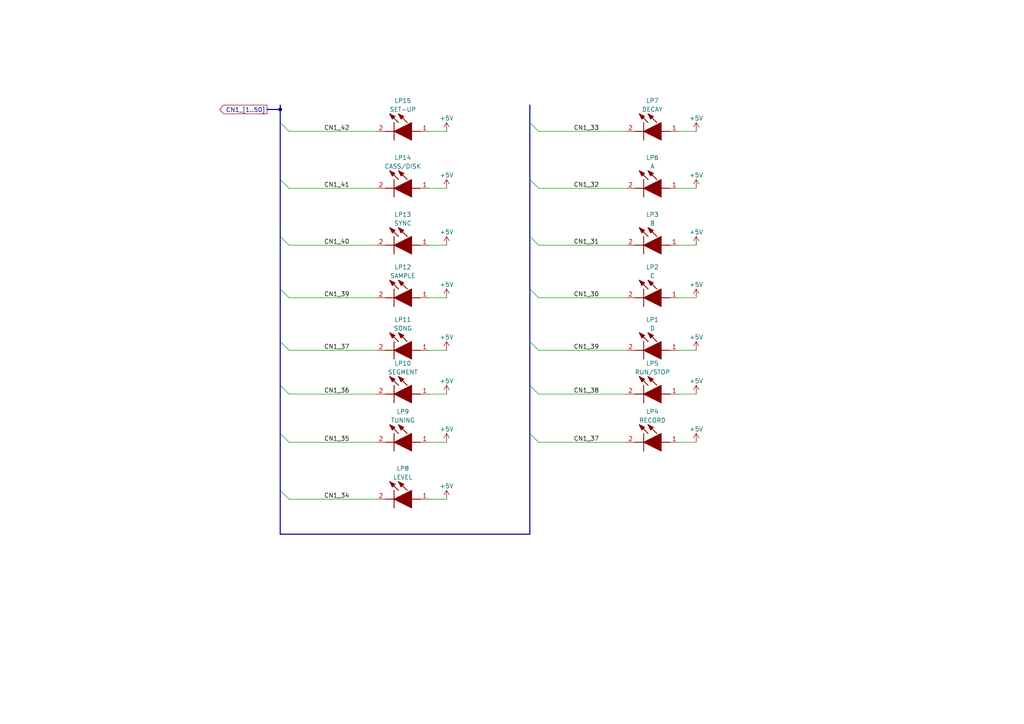
<source format=kicad_sch>
(kicad_sch (version 20230121) (generator eeschema)
  (paper "A4")
  (lib_symbols
    (symbol "SamacSys_Parts:LTL1CHKGKNN" (pin_names hide)
      (property "Reference" "LED" (at 12.7 8.89 0))
      (property "Value" "LTL1CHKGKNN" (at 12.7 6.35 0))
      (symbol "LTL1CHKGKNN_1_1"
        (polyline (pts (xy 2.54 0) (xy 5.08 0)) (stroke (width 0.254)))
        (polyline (pts (xy 5.08 2.54) (xy 5.08 -2.54)) (stroke (width 0.254)))
        (polyline (pts (xy 6.35 2.54) (xy 3.81 5.08)) (stroke (width 0.254)))
        (polyline (pts (xy 8.89 2.54) (xy 6.35 5.08)) (stroke (width 0.254)))
        (polyline (pts (xy 10.16 0) (xy 12.7 0)) (stroke (width 0.254)))
        (polyline (pts (xy 5.08 0) (xy 10.16 2.54) (xy 10.16 -2.54) (xy 5.08 0)) (stroke (width 0.254)) (fill (type outline)))
        (polyline (pts (xy 5.334 4.318) (xy 4.572 3.556) (xy 3.81 5.08) (xy 5.334 4.318)) (stroke (width 0.254)) (fill (type outline)))
        (polyline (pts (xy 7.874 4.318) (xy 7.112 3.556) (xy 6.35 5.08) (xy 7.874 4.318)) (stroke (width 0.254)) (fill (type outline)))
        (pin passive line (at 15.24 0 180) (length 2.54) (name "A") (number "1"))
        (pin passive line (at 0 0 0) (length 2.54) (name "K") (number "2"))
      )
    )
    (symbol "power:+5V" (power) (pin_names (offset 0))
      (property "Value" "+5V" (at 0 3.556 0))
      (symbol "+5V_0_1"
        (polyline (pts (xy -0.762 1.27) (xy 0 2.54)))
        (polyline (pts (xy 0 0) (xy 0 2.54)))
        (polyline (pts (xy 0 2.54) (xy 0.762 1.27)))
      )
      (symbol "+5V_1_1"
        (pin power_in line (at 0 0 90) (length 0) hide (name "+5V") (number "1"))
      )
    )
  )
  (junction (at 81.28 31.75))
  (bus_entry (at 83.82 128.27) (size -2.54 -2.54))
  (bus_entry (at 156.21 38.1) (size -2.54 -2.54))
  (bus_entry (at 83.82 54.61) (size -2.54 -2.54))
  (bus_entry (at 83.82 101.6) (size -2.54 -2.54))
  (bus_entry (at 156.21 71.12) (size -2.54 -2.54))
  (bus_entry (at 83.82 86.36) (size -2.54 -2.54))
  (bus_entry (at 83.82 71.12) (size -2.54 -2.54))
  (bus_entry (at 156.21 114.3) (size -2.54 -2.54))
  (bus_entry (at 156.21 101.6) (size -2.54 -2.54))
  (bus_entry (at 156.21 54.61) (size -2.54 -2.54))
  (bus_entry (at 83.82 38.1) (size -2.54 -2.54))
  (bus_entry (at 156.21 86.36) (size -2.54 -2.54))
  (bus_entry (at 83.82 114.3) (size -2.54 -2.54))
  (bus_entry (at 156.21 128.27) (size -2.54 -2.54))
  (bus_entry (at 83.82 144.78) (size -2.54 -2.54))
  (wire (pts (xy 201.93 128.27) (xy 196.85 128.27)))
  (wire (pts (xy 129.54 54.61) (xy 124.46 54.61)))
  (bus (pts (xy 81.28 30.48) (xy 81.28 31.75)))
  (wire (pts (xy 129.54 114.3) (xy 124.46 114.3)))
  (wire (pts (xy 129.54 71.12) (xy 124.46 71.12)))
  (wire (pts (xy 201.93 86.36) (xy 196.85 86.36)))
  (bus (pts (xy 153.67 30.48) (xy 153.67 35.56)))
  (wire (pts (xy 129.54 128.27) (xy 124.46 128.27)))
  (wire (pts (xy 156.21 128.27) (xy 181.61 128.27)))
  (wire (pts (xy 201.93 38.1) (xy 196.85 38.1)))
  (bus (pts (xy 153.67 35.56) (xy 153.67 52.07)))
  (bus (pts (xy 81.28 154.94) (xy 153.67 154.94)))
  (wire (pts (xy 83.82 101.6) (xy 109.22 101.6)))
  (bus (pts (xy 81.28 125.73) (xy 81.28 142.24)))
  (bus (pts (xy 81.28 35.56) (xy 81.28 52.07)))
  (bus (pts (xy 81.28 111.76) (xy 81.28 125.73)))
  (bus (pts (xy 81.28 142.24) (xy 81.28 154.94)))
  (wire (pts (xy 156.21 114.3) (xy 181.61 114.3)))
  (wire (pts (xy 83.82 128.27) (xy 109.22 128.27)))
  (wire (pts (xy 129.54 38.1) (xy 124.46 38.1)))
  (wire (pts (xy 156.21 101.6) (xy 181.61 101.6)))
  (bus (pts (xy 81.28 31.75) (xy 81.28 35.56)))
  (bus (pts (xy 153.67 111.76) (xy 153.67 125.73)))
  (wire (pts (xy 156.21 86.36) (xy 181.61 86.36)))
  (wire (pts (xy 156.21 54.61) (xy 181.61 54.61)))
  (bus (pts (xy 81.28 99.06) (xy 81.28 111.76)))
  (bus (pts (xy 153.67 52.07) (xy 153.67 68.58)))
  (bus (pts (xy 153.67 83.82) (xy 153.67 99.06)))
  (bus (pts (xy 153.67 68.58) (xy 153.67 83.82)))
  (wire (pts (xy 83.82 114.3) (xy 109.22 114.3)))
  (bus (pts (xy 153.67 99.06) (xy 153.67 111.76)))
  (wire (pts (xy 129.54 101.6) (xy 124.46 101.6)))
  (wire (pts (xy 83.82 54.61) (xy 109.22 54.61)))
  (wire (pts (xy 201.93 101.6) (xy 196.85 101.6)))
  (wire (pts (xy 83.82 144.78) (xy 109.22 144.78)))
  (wire (pts (xy 83.82 38.1) (xy 109.22 38.1)))
  (wire (pts (xy 201.93 54.61) (xy 196.85 54.61)))
  (bus (pts (xy 81.28 83.82) (xy 81.28 99.06)))
  (wire (pts (xy 156.21 38.1) (xy 181.61 38.1)))
  (bus (pts (xy 81.28 68.58) (xy 81.28 83.82)))
  (wire (pts (xy 83.82 86.36) (xy 109.22 86.36)))
  (wire (pts (xy 201.93 114.3) (xy 196.85 114.3)))
  (bus (pts (xy 77.47 31.75) (xy 81.28 31.75)))
  (wire (pts (xy 83.82 71.12) (xy 109.22 71.12)))
  (wire (pts (xy 129.54 144.78) (xy 124.46 144.78)))
  (wire (pts (xy 156.21 71.12) (xy 181.61 71.12)))
  (wire (pts (xy 129.54 86.36) (xy 124.46 86.36)))
  (bus (pts (xy 81.28 52.07) (xy 81.28 68.58)))
  (wire (pts (xy 201.93 71.12) (xy 196.85 71.12)))
  (bus (pts (xy 153.67 125.73) (xy 153.67 154.94)))
  (label "CN1_34" (at 93.98 144.78 0))
  (label "CN1_39" (at 93.98 86.36 0))
  (label "CN1_41" (at 93.98 54.61 0))
  (label "CN1_40" (at 93.98 71.12 0))
  (label "CN1_36" (at 93.98 114.3 0))
  (label "CN1_37" (at 166.37 128.27 0))
  (label "CN1_33" (at 166.37 38.1 0))
  (label "CN1_35" (at 93.98 128.27 0))
  (label "CN1_38" (at 166.37 114.3 0))
  (label "CN1_32" (at 166.37 54.61 0))
  (label "CN1_42" (at 93.98 38.1 0))
  (label "CN1_37" (at 93.98 101.6 0))
  (label "CN1_39" (at 166.37 101.6 0))
  (label "CN1_30" (at 166.37 86.36 0))
  (label "CN1_31" (at 166.37 71.12 0))
  (global_label "CN1_[1..50]" (shape output) (at 77.47 31.75 180) (property "Intersheetrefs" "${INTERSHEET_REFS}" (effects hide)))
  (symbol (lib_id "SamacSys_Parts:LTL1CHKGKNN") (at 109.22 101.6 0) (unit 1)
    (property "Reference" "LP11" (at 116.84 92.71 0))
    (property "Value" "SONG" (at 116.84 95.25 0))
    (property "Footprint" "SamacSys_Parts:LTL1CHKGKNN" (effects hide))
    (property "Datasheet" "https://datasheet.datasheetarchive.com/originals/distributors/Datasheets-305/79322.pdf" (effects hide))
    (property "Height" "6.5" (effects hide))
    (property "Manufacturer_Name" "Lite-On" (effects hide))
    (property "Manufacturer_Part_Number" "LTL1CHKGKNN" (effects hide))
    (property "Mouser Part Number" "859-LTL1CHKGKNN" (effects hide))
    (property "Mouser Price/Stock" "https://www.mouser.co.uk/ProductDetail/Lite-On/LTL1CHKGKNN?qs=tVL9rKcMn7GcRmCq7rTTWw%3D%3D" (effects hide))
    (property "Arrow Part Number" "LTL1CHKGKNN" (effects hide))
    (property "Arrow Price/Stock" "https://www.arrow.com/en/products/ltl1chkgknn/lite-on-technology?region=nac" (effects hide))
  )
  (symbol (lib_id "SamacSys_Parts:LTL1CHKGKNN") (at 181.61 128.27 0) (unit 1)
    (property "Reference" "LP4" (at 189.23 119.38 0))
    (property "Value" "RECORD" (at 189.23 121.92 0))
    (property "Footprint" "SamacSys_Parts:LTL1CHKGKNN" (effects hide))
    (property "Datasheet" "https://datasheet.datasheetarchive.com/originals/distributors/Datasheets-305/79322.pdf" (effects hide))
    (property "Height" "6.5" (effects hide))
    (property "Manufacturer_Name" "Lite-On" (effects hide))
    (property "Manufacturer_Part_Number" "LTL1CHKGKNN" (effects hide))
    (property "Mouser Part Number" "859-LTL1CHKGKNN" (effects hide))
    (property "Mouser Price/Stock" "https://www.mouser.co.uk/ProductDetail/Lite-On/LTL1CHKGKNN?qs=tVL9rKcMn7GcRmCq7rTTWw%3D%3D" (effects hide))
    (property "Arrow Part Number" "LTL1CHKGKNN" (effects hide))
    (property "Arrow Price/Stock" "https://www.arrow.com/en/products/ltl1chkgknn/lite-on-technology?region=nac" (effects hide))
  )
  (symbol (lib_id "power:+5V") (at 201.93 101.6 0) (unit 1)
    (property "Reference" "#PWR013" (effects hide))
    (property "Value" "+5V" (at 201.93 97.79 0))
  )
  (symbol (lib_id "SamacSys_Parts:LTL1CHKGKNN") (at 181.61 71.12 0) (unit 1)
    (property "Reference" "LP3" (at 189.23 62.23 0))
    (property "Value" "B" (at 189.23 64.77 0))
    (property "Footprint" "SamacSys_Parts:LTL1CHKGKNN" (effects hide))
    (property "Datasheet" "https://datasheet.datasheetarchive.com/originals/distributors/Datasheets-305/79322.pdf" (effects hide))
    (property "Height" "6.5" (effects hide))
    (property "Manufacturer_Name" "Lite-On" (effects hide))
    (property "Manufacturer_Part_Number" "LTL1CHKGKNN" (effects hide))
    (property "Mouser Part Number" "859-LTL1CHKGKNN" (effects hide))
    (property "Mouser Price/Stock" "https://www.mouser.co.uk/ProductDetail/Lite-On/LTL1CHKGKNN?qs=tVL9rKcMn7GcRmCq7rTTWw%3D%3D" (effects hide))
    (property "Arrow Part Number" "LTL1CHKGKNN" (effects hide))
    (property "Arrow Price/Stock" "https://www.arrow.com/en/products/ltl1chkgknn/lite-on-technology?region=nac" (effects hide))
  )
  (symbol (lib_id "power:+5V") (at 129.54 144.78 0) (unit 1)
    (property "Reference" "#PWR08" (effects hide))
    (property "Value" "+5V" (at 129.54 140.97 0))
  )
  (symbol (lib_id "SamacSys_Parts:LTL1CHKGKNN") (at 109.22 144.78 0) (unit 1)
    (property "Reference" "LP8" (at 116.84 135.89 0))
    (property "Value" "LEVEL" (at 116.84 138.43 0))
    (property "Footprint" "SamacSys_Parts:LTL1CHKGKNN" (effects hide))
    (property "Datasheet" "https://datasheet.datasheetarchive.com/originals/distributors/Datasheets-305/79322.pdf" (effects hide))
    (property "Height" "6.5" (effects hide))
    (property "Manufacturer_Name" "Lite-On" (effects hide))
    (property "Manufacturer_Part_Number" "LTL1CHKGKNN" (effects hide))
    (property "Mouser Part Number" "859-LTL1CHKGKNN" (effects hide))
    (property "Mouser Price/Stock" "https://www.mouser.co.uk/ProductDetail/Lite-On/LTL1CHKGKNN?qs=tVL9rKcMn7GcRmCq7rTTWw%3D%3D" (effects hide))
    (property "Arrow Part Number" "LTL1CHKGKNN" (effects hide))
    (property "Arrow Price/Stock" "https://www.arrow.com/en/products/ltl1chkgknn/lite-on-technology?region=nac" (effects hide))
  )
  (symbol (lib_id "power:+5V") (at 129.54 54.61 0) (unit 1)
    (property "Reference" "#PWR02" (effects hide))
    (property "Value" "+5V" (at 129.54 50.8 0))
  )
  (symbol (lib_id "power:+5V") (at 201.93 71.12 0) (unit 1)
    (property "Reference" "#PWR011" (effects hide))
    (property "Value" "+5V" (at 201.93 67.31 0))
  )
  (symbol (lib_id "SamacSys_Parts:LTL1CHKGKNN") (at 109.22 114.3 0) (unit 1)
    (property "Reference" "LP10" (at 116.84 105.41 0))
    (property "Value" "SEGMENT" (at 116.84 107.95 0))
    (property "Footprint" "SamacSys_Parts:LTL1CHKGKNN" (effects hide))
    (property "Datasheet" "https://datasheet.datasheetarchive.com/originals/distributors/Datasheets-305/79322.pdf" (effects hide))
    (property "Height" "6.5" (effects hide))
    (property "Manufacturer_Name" "Lite-On" (effects hide))
    (property "Manufacturer_Part_Number" "LTL1CHKGKNN" (effects hide))
    (property "Mouser Part Number" "859-LTL1CHKGKNN" (effects hide))
    (property "Mouser Price/Stock" "https://www.mouser.co.uk/ProductDetail/Lite-On/LTL1CHKGKNN?qs=tVL9rKcMn7GcRmCq7rTTWw%3D%3D" (effects hide))
    (property "Arrow Part Number" "LTL1CHKGKNN" (effects hide))
    (property "Arrow Price/Stock" "https://www.arrow.com/en/products/ltl1chkgknn/lite-on-technology?region=nac" (effects hide))
  )
  (symbol (lib_id "SamacSys_Parts:LTL1CHKGKNN") (at 181.61 114.3 0) (unit 1)
    (property "Reference" "LP5" (at 189.23 105.41 0))
    (property "Value" "RUN/STOP" (at 189.23 107.95 0))
    (property "Footprint" "SamacSys_Parts:LTL1CHKGKNN" (effects hide))
    (property "Datasheet" "https://datasheet.datasheetarchive.com/originals/distributors/Datasheets-305/79322.pdf" (effects hide))
    (property "Height" "6.5" (effects hide))
    (property "Manufacturer_Name" "Lite-On" (effects hide))
    (property "Manufacturer_Part_Number" "LTL1CHKGKNN" (effects hide))
    (property "Mouser Part Number" "859-LTL1CHKGKNN" (effects hide))
    (property "Mouser Price/Stock" "https://www.mouser.co.uk/ProductDetail/Lite-On/LTL1CHKGKNN?qs=tVL9rKcMn7GcRmCq7rTTWw%3D%3D" (effects hide))
    (property "Arrow Part Number" "LTL1CHKGKNN" (effects hide))
    (property "Arrow Price/Stock" "https://www.arrow.com/en/products/ltl1chkgknn/lite-on-technology?region=nac" (effects hide))
  )
  (symbol (lib_id "SamacSys_Parts:LTL1CHKGKNN") (at 109.22 71.12 0) (unit 1)
    (property "Reference" "LP13" (at 116.84 62.23 0))
    (property "Value" "SYNC" (at 116.84 64.77 0))
    (property "Footprint" "SamacSys_Parts:LTL1CHKGKNN" (effects hide))
    (property "Datasheet" "https://datasheet.datasheetarchive.com/originals/distributors/Datasheets-305/79322.pdf" (effects hide))
    (property "Height" "6.5" (effects hide))
    (property "Manufacturer_Name" "Lite-On" (effects hide))
    (property "Manufacturer_Part_Number" "LTL1CHKGKNN" (effects hide))
    (property "Mouser Part Number" "859-LTL1CHKGKNN" (effects hide))
    (property "Mouser Price/Stock" "https://www.mouser.co.uk/ProductDetail/Lite-On/LTL1CHKGKNN?qs=tVL9rKcMn7GcRmCq7rTTWw%3D%3D" (effects hide))
    (property "Arrow Part Number" "LTL1CHKGKNN" (effects hide))
    (property "Arrow Price/Stock" "https://www.arrow.com/en/products/ltl1chkgknn/lite-on-technology?region=nac" (effects hide))
  )
  (symbol (lib_id "SamacSys_Parts:LTL1CHKGKNN") (at 181.61 38.1 0) (unit 1)
    (property "Reference" "LP7" (at 189.23 29.21 0))
    (property "Value" "DECAY" (at 189.23 31.75 0))
    (property "Footprint" "SamacSys_Parts:LTL1CHKGKNN" (effects hide))
    (property "Datasheet" "https://datasheet.datasheetarchive.com/originals/distributors/Datasheets-305/79322.pdf" (effects hide))
    (property "Height" "6.5" (effects hide))
    (property "Manufacturer_Name" "Lite-On" (effects hide))
    (property "Manufacturer_Part_Number" "LTL1CHKGKNN" (effects hide))
    (property "Mouser Part Number" "859-LTL1CHKGKNN" (effects hide))
    (property "Mouser Price/Stock" "https://www.mouser.co.uk/ProductDetail/Lite-On/LTL1CHKGKNN?qs=tVL9rKcMn7GcRmCq7rTTWw%3D%3D" (effects hide))
    (property "Arrow Part Number" "LTL1CHKGKNN" (effects hide))
    (property "Arrow Price/Stock" "https://www.arrow.com/en/products/ltl1chkgknn/lite-on-technology?region=nac" (effects hide))
  )
  (symbol (lib_id "SamacSys_Parts:LTL1CHKGKNN") (at 181.61 101.6 0) (unit 1)
    (property "Reference" "LP1" (at 189.23 92.71 0))
    (property "Value" "D" (at 189.23 95.25 0))
    (property "Footprint" "SamacSys_Parts:LTL1CHKGKNN" (effects hide))
    (property "Datasheet" "https://datasheet.datasheetarchive.com/originals/distributors/Datasheets-305/79322.pdf" (effects hide))
    (property "Height" "6.5" (effects hide))
    (property "Manufacturer_Name" "Lite-On" (effects hide))
    (property "Manufacturer_Part_Number" "LTL1CHKGKNN" (effects hide))
    (property "Mouser Part Number" "859-LTL1CHKGKNN" (effects hide))
    (property "Mouser Price/Stock" "https://www.mouser.co.uk/ProductDetail/Lite-On/LTL1CHKGKNN?qs=tVL9rKcMn7GcRmCq7rTTWw%3D%3D" (effects hide))
    (property "Arrow Part Number" "LTL1CHKGKNN" (effects hide))
    (property "Arrow Price/Stock" "https://www.arrow.com/en/products/ltl1chkgknn/lite-on-technology?region=nac" (effects hide))
  )
  (symbol (lib_id "power:+5V") (at 201.93 38.1 0) (unit 1)
    (property "Reference" "#PWR09" (effects hide))
    (property "Value" "+5V" (at 201.93 34.29 0))
  )
  (symbol (lib_id "SamacSys_Parts:LTL1CHKGKNN") (at 181.61 86.36 0) (unit 1)
    (property "Reference" "LP2" (at 189.23 77.47 0))
    (property "Value" "C" (at 189.23 80.01 0))
    (property "Footprint" "SamacSys_Parts:LTL1CHKGKNN" (effects hide))
    (property "Datasheet" "https://datasheet.datasheetarchive.com/originals/distributors/Datasheets-305/79322.pdf" (effects hide))
    (property "Height" "6.5" (effects hide))
    (property "Manufacturer_Name" "Lite-On" (effects hide))
    (property "Manufacturer_Part_Number" "LTL1CHKGKNN" (effects hide))
    (property "Mouser Part Number" "859-LTL1CHKGKNN" (effects hide))
    (property "Mouser Price/Stock" "https://www.mouser.co.uk/ProductDetail/Lite-On/LTL1CHKGKNN?qs=tVL9rKcMn7GcRmCq7rTTWw%3D%3D" (effects hide))
    (property "Arrow Part Number" "LTL1CHKGKNN" (effects hide))
    (property "Arrow Price/Stock" "https://www.arrow.com/en/products/ltl1chkgknn/lite-on-technology?region=nac" (effects hide))
  )
  (symbol (lib_id "power:+5V") (at 129.54 86.36 0) (unit 1)
    (property "Reference" "#PWR04" (effects hide))
    (property "Value" "+5V" (at 129.54 82.55 0))
  )
  (symbol (lib_id "power:+5V") (at 201.93 128.27 0) (unit 1)
    (property "Reference" "#PWR015" (effects hide))
    (property "Value" "+5V" (at 201.93 124.46 0))
  )
  (symbol (lib_id "power:+5V") (at 201.93 86.36 0) (unit 1)
    (property "Reference" "#PWR012" (effects hide))
    (property "Value" "+5V" (at 201.93 82.55 0))
  )
  (symbol (lib_id "power:+5V") (at 129.54 128.27 0) (unit 1)
    (property "Reference" "#PWR07" (effects hide))
    (property "Value" "+5V" (at 129.54 124.46 0))
  )
  (symbol (lib_id "power:+5V") (at 201.93 54.61 0) (unit 1)
    (property "Reference" "#PWR010" (effects hide))
    (property "Value" "+5V" (at 201.93 50.8 0))
  )
  (symbol (lib_id "power:+5V") (at 129.54 71.12 0) (unit 1)
    (property "Reference" "#PWR03" (effects hide))
    (property "Value" "+5V" (at 129.54 67.31 0))
  )
  (symbol (lib_id "power:+5V") (at 129.54 38.1 0) (unit 1)
    (property "Reference" "#PWR01" (effects hide))
    (property "Value" "+5V" (at 129.54 34.29 0))
  )
  (symbol (lib_id "SamacSys_Parts:LTL1CHKGKNN") (at 181.61 54.61 0) (unit 1)
    (property "Reference" "LP6" (at 189.23 45.72 0))
    (property "Value" "A" (at 189.23 48.26 0))
    (property "Footprint" "SamacSys_Parts:LTL1CHKGKNN" (effects hide))
    (property "Datasheet" "https://datasheet.datasheetarchive.com/originals/distributors/Datasheets-305/79322.pdf" (effects hide))
    (property "Height" "6.5" (effects hide))
    (property "Manufacturer_Name" "Lite-On" (effects hide))
    (property "Manufacturer_Part_Number" "LTL1CHKGKNN" (effects hide))
    (property "Mouser Part Number" "859-LTL1CHKGKNN" (effects hide))
    (property "Mouser Price/Stock" "https://www.mouser.co.uk/ProductDetail/Lite-On/LTL1CHKGKNN?qs=tVL9rKcMn7GcRmCq7rTTWw%3D%3D" (effects hide))
    (property "Arrow Part Number" "LTL1CHKGKNN" (effects hide))
    (property "Arrow Price/Stock" "https://www.arrow.com/en/products/ltl1chkgknn/lite-on-technology?region=nac" (effects hide))
  )
  (symbol (lib_id "SamacSys_Parts:LTL1CHKGKNN") (at 109.22 38.1 0) (unit 1)
    (property "Reference" "LP15" (at 116.84 29.21 0))
    (property "Value" "SET-UP" (at 116.84 31.75 0))
    (property "Footprint" "SamacSys_Parts:LTL1CHKGKNN" (effects hide))
    (property "Datasheet" "https://datasheet.datasheetarchive.com/originals/distributors/Datasheets-305/79322.pdf" (effects hide))
    (property "Height" "6.5" (effects hide))
    (property "Manufacturer_Name" "Lite-On" (effects hide))
    (property "Manufacturer_Part_Number" "LTL1CHKGKNN" (effects hide))
    (property "Mouser Part Number" "859-LTL1CHKGKNN" (effects hide))
    (property "Mouser Price/Stock" "https://www.mouser.co.uk/ProductDetail/Lite-On/LTL1CHKGKNN?qs=tVL9rKcMn7GcRmCq7rTTWw%3D%3D" (effects hide))
    (property "Arrow Part Number" "LTL1CHKGKNN" (effects hide))
    (property "Arrow Price/Stock" "https://www.arrow.com/en/products/ltl1chkgknn/lite-on-technology?region=nac" (effects hide))
  )
  (symbol (lib_id "SamacSys_Parts:LTL1CHKGKNN") (at 109.22 86.36 0) (unit 1)
    (property "Reference" "LP12" (at 116.84 77.47 0))
    (property "Value" "SAMPLE" (at 116.84 80.01 0))
    (property "Footprint" "SamacSys_Parts:LTL1CHKGKNN" (effects hide))
    (property "Datasheet" "https://datasheet.datasheetarchive.com/originals/distributors/Datasheets-305/79322.pdf" (effects hide))
    (property "Height" "6.5" (effects hide))
    (property "Manufacturer_Name" "Lite-On" (effects hide))
    (property "Manufacturer_Part_Number" "LTL1CHKGKNN" (effects hide))
    (property "Mouser Part Number" "859-LTL1CHKGKNN" (effects hide))
    (property "Mouser Price/Stock" "https://www.mouser.co.uk/ProductDetail/Lite-On/LTL1CHKGKNN?qs=tVL9rKcMn7GcRmCq7rTTWw%3D%3D" (effects hide))
    (property "Arrow Part Number" "LTL1CHKGKNN" (effects hide))
    (property "Arrow Price/Stock" "https://www.arrow.com/en/products/ltl1chkgknn/lite-on-technology?region=nac" (effects hide))
  )
  (symbol (lib_id "SamacSys_Parts:LTL1CHKGKNN") (at 109.22 54.61 0) (unit 1)
    (property "Reference" "LP14" (at 116.84 45.72 0))
    (property "Value" "CASS/DISK" (at 116.84 48.26 0))
    (property "Footprint" "SamacSys_Parts:LTL1CHKGKNN" (effects hide))
    (property "Datasheet" "https://datasheet.datasheetarchive.com/originals/distributors/Datasheets-305/79322.pdf" (effects hide))
    (property "Height" "6.5" (effects hide))
    (property "Manufacturer_Name" "Lite-On" (effects hide))
    (property "Manufacturer_Part_Number" "LTL1CHKGKNN" (effects hide))
    (property "Mouser Part Number" "859-LTL1CHKGKNN" (effects hide))
    (property "Mouser Price/Stock" "https://www.mouser.co.uk/ProductDetail/Lite-On/LTL1CHKGKNN?qs=tVL9rKcMn7GcRmCq7rTTWw%3D%3D" (effects hide))
    (property "Arrow Part Number" "LTL1CHKGKNN" (effects hide))
    (property "Arrow Price/Stock" "https://www.arrow.com/en/products/ltl1chkgknn/lite-on-technology?region=nac" (effects hide))
  )
  (symbol (lib_id "power:+5V") (at 201.93 114.3 0) (unit 1)
    (property "Reference" "#PWR014" (effects hide))
    (property "Value" "+5V" (at 201.93 110.49 0))
  )
  (symbol (lib_id "SamacSys_Parts:LTL1CHKGKNN") (at 109.22 128.27 0) (unit 1)
    (property "Reference" "LP9" (at 116.84 119.38 0))
    (property "Value" "TUNING" (at 116.84 121.92 0))
    (property "Footprint" "SamacSys_Parts:LTL1CHKGKNN" (effects hide))
    (property "Datasheet" "https://datasheet.datasheetarchive.com/originals/distributors/Datasheets-305/79322.pdf" (effects hide))
    (property "Height" "6.5" (effects hide))
    (property "Manufacturer_Name" "Lite-On" (effects hide))
    (property "Manufacturer_Part_Number" "LTL1CHKGKNN" (effects hide))
    (property "Mouser Part Number" "859-LTL1CHKGKNN" (effects hide))
    (property "Mouser Price/Stock" "https://www.mouser.co.uk/ProductDetail/Lite-On/LTL1CHKGKNN?qs=tVL9rKcMn7GcRmCq7rTTWw%3D%3D" (effects hide))
    (property "Arrow Part Number" "LTL1CHKGKNN" (effects hide))
    (property "Arrow Price/Stock" "https://www.arrow.com/en/products/ltl1chkgknn/lite-on-technology?region=nac" (effects hide))
  )
  (symbol (lib_id "power:+5V") (at 129.54 101.6 0) (unit 1)
    (property "Reference" "#PWR05" (effects hide))
    (property "Value" "+5V" (at 129.54 97.79 0))
  )
  (symbol (lib_id "power:+5V") (at 129.54 114.3 0) (unit 1)
    (property "Reference" "#PWR06" (effects hide))
    (property "Value" "+5V" (at 129.54 110.49 0))
  )
)
</source>
